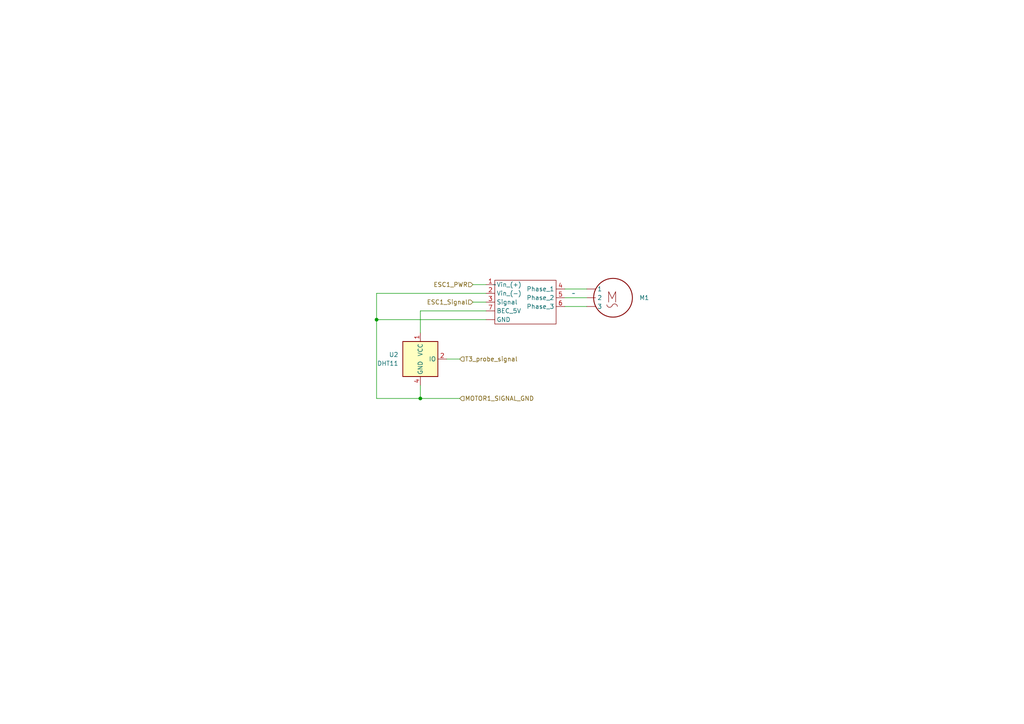
<source format=kicad_sch>
(kicad_sch (version 20230121) (generator eeschema)
  (paper "A4")
  (lib_symbols
    (symbol "MRS:ESC_1"
      (property "Value" "~" (at -8.89 3.81 0))
      (symbol "ESC_1_0_0"
        (pin input line (at -11.43 3.81 0) (length 2.54) (name "Vin_(+)") (number "1"))
        (pin input line (at -11.43 1.27 0) (length 2.54) (name "Vin_(-)") (number "2"))
        (pin input line (at -11.43 -1.27 0) (length 2.54) (name "Signal") (number "3"))
        (pin output line (at 11.43 2.54 180) (length 2.54) (name "Phase_1") (number "4"))
        (pin output line (at 11.43 0 180) (length 2.54) (name "Phase_2") (number "5"))
        (pin output line (at 11.43 -2.54 180) (length 2.54) (name "Phase_3") (number "6"))
        (pin output line (at -11.43 -3.81 0) (length 2.54) (name "BEC_5V") (number "7"))
      )
      (symbol "ESC_1_0_1"
        (rectangle (start -8.89 5.08) (end 8.89 -7.62))
      )
      (symbol "ESC_1_1_1"
        (pin input line (at -11.43 -6.35 0) (length 2.54) (name "GND") (number ""))
      )
    )
    (symbol "New_Library:BLDC_Motor"
      (property "Reference" "M" (at 0 3.81 0))
      (symbol "BLDC_Motor_0_0"
        (arc (start -1.778 -2.032) (mid -1.1162 -2.7602) (end -0.254 -2.286))
        (polyline (pts (xy -1.27 -1.27) (xy -1.27 1.778) (xy -0.254 -0.254) (xy 0.762 1.778) (xy 0.762 -1.27)))
        (arc (start 1.27 -2.54) (mid 0.6117 -1.7907) (end -0.254 -2.286))
      )
      (symbol "BLDC_Motor_0_1"
        (circle (center 0 0) (radius 5.6225) (stroke (width 0.254)))
      )
      (symbol "BLDC_Motor_1_1"
        (pin input line (at -7.62 2.54 0) (length 2.54) (name "1") (number ""))
        (pin input line (at -7.62 0 0) (length 2.54) (name "2") (number ""))
        (pin input line (at -7.62 -2.54 0) (length 2.54) (name "3") (number ""))
      )
    )
    (symbol "Sensor:DHT11"
      (property "Reference" "U" (at -3.81 6.35 0))
      (property "Value" "DHT11" (at 3.81 6.35 0))
      (symbol "DHT11_0_1"
        (rectangle (start -5.08 5.08) (end 5.08 -5.08) (stroke (width 0.254)) (fill (type background)))
      )
      (symbol "DHT11_1_1"
        (pin power_in line (at 0 7.62 270) (length 2.54) (name "VCC") (number "1"))
        (pin bidirectional line (at 7.62 0 180) (length 2.54) (name "IO") (number "2"))
        (pin no_connect line (at -5.08 0 0) (length 2.54) hide (name "NC") (number "3"))
        (pin power_in line (at 0 -7.62 90) (length 2.54) (name "GND") (number "4"))
      )
    )
  )
  (junction (at 121.92 115.57))
  (junction (at 109.22 92.71))
  (wire (pts (xy 109.22 85.09) (xy 109.22 92.71)))
  (wire (pts (xy 163.83 88.9) (xy 170.18 88.9)))
  (wire (pts (xy 129.54 104.14) (xy 133.35 104.14)))
  (wire (pts (xy 140.97 92.71) (xy 109.22 92.71)))
  (wire (pts (xy 163.83 83.82) (xy 170.18 83.82)))
  (wire (pts (xy 109.22 115.57) (xy 121.92 115.57)))
  (wire (pts (xy 137.16 82.55) (xy 140.97 82.55)))
  (wire (pts (xy 109.22 85.09) (xy 140.97 85.09)))
  (wire (pts (xy 109.22 92.71) (xy 109.22 115.57)))
  (wire (pts (xy 163.83 86.36) (xy 170.18 86.36)))
  (wire (pts (xy 121.92 96.52) (xy 121.92 90.17)))
  (wire (pts (xy 121.92 111.76) (xy 121.92 115.57)))
  (wire (pts (xy 133.35 115.57) (xy 121.92 115.57)))
  (wire (pts (xy 121.92 90.17) (xy 140.97 90.17)))
  (wire (pts (xy 137.16 87.63) (xy 140.97 87.63)))
  (hierarchical_label "ESC1_Signal" (shape input) (at 137.16 87.63 180))
  (hierarchical_label "MOTOR1_SIGNAL_GND" (shape input) (at 133.35 115.57 0))
  (hierarchical_label "ESC1_PWR" (shape input) (at 137.16 82.55 180))
  (hierarchical_label "T3_probe_signal" (shape input) (at 133.35 104.14 0))
  (symbol (lib_id "New_Library:BLDC_Motor") (at 177.8 86.36 0) (unit 1)
    (property "Reference" "M1" (at 185.42 86.36 0) (effects (justify left)))
    (property "Value" "~" (at 166.37 85.09 0))
  )
  (symbol (lib_id "Sensor:DHT11") (at 121.92 104.14 0) (unit 1)
    (property "Reference" "U2" (at 115.57 102.87 0) (effects (justify right)))
    (property "Value" "DHT11" (at 115.57 105.41 0) (effects (justify right)))
    (property "Footprint" "Sensor:Aosong_DHT11_5.5x12.0_P2.54mm" (effects hide))
    (property "Datasheet" "http://akizukidenshi.com/download/ds/aosong/DHT11.pdf" (effects hide))
    (instances (project "MRS_Strathvoyager_2" (path "" (reference "U2") (unit 1)) (path "" (reference "T2") (unit 1)) (path "" (reference "U7") (unit 1)) (path "" (reference "T3") (unit 1))))
  )
  (symbol (lib_id "MRS:ESC_1") (at 152.4 86.36 0) (unit 1)
    (property "Reference" "ESC1" (effects hide))
    (property "Value" "~" (at 143.51 82.55 0))
    (instances (project "MRS_Strathvoyager_2" (path "" (reference "ESC1") (unit 1)) (path "" (reference "ESC3") (unit 1))))
  )
)
</source>
